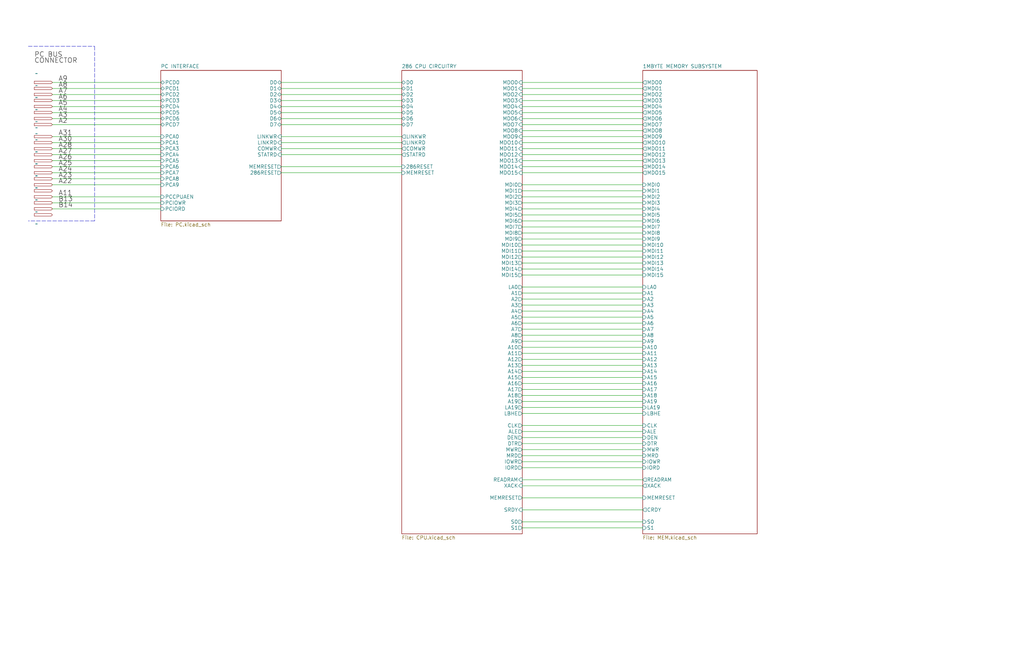
<source format=kicad_sch>
(kicad_sch
	(version 20231120)
	(generator "eeschema")
	(generator_version "8.0")
	(uuid "ec1b0ce1-ba43-43da-93a9-21ff9a4f4f40")
	(paper "B")
	(title_block
		(title "TurboRacer 286 | P.D. SMART #TR286-1")
		(date "    April 21, 1988")
		(rev "A")
		(company "(C) 1987,1988 P.D. SMART")
	)
	(lib_symbols
		(symbol "ASSEMBLY:EDGE_CONNECTOR"
			(pin_names
				(offset 1.27)
			)
			(exclude_from_sim no)
			(in_bom yes)
			(on_board yes)
			(property "Reference" "U"
				(at 0.254 0.381 0)
				(effects
					(font
						(size 1.524 1.524)
					)
					(justify left bottom)
				)
			)
			(property "Value" "EDGE_CONNECTOR"
				(at 0.254 -8.001 0)
				(effects
					(font
						(size 1.524 1.524)
					)
					(justify left top)
				)
			)
			(property "Footprint" ""
				(at 0 0 0)
				(effects
					(font
						(size 1.27 1.27)
					)
					(hide yes)
				)
			)
			(property "Datasheet" ""
				(at 0 0 0)
				(effects
					(font
						(size 1.27 1.27)
					)
					(hide yes)
				)
			)
			(property "Description" ""
				(at 0 0 0)
				(effects
					(font
						(size 1.27 1.27)
					)
					(hide yes)
				)
			)
			(symbol "EDGE_CONNECTOR_0_1"
				(polyline
					(pts
						(xy 0 -5.588) (xy 0 -4.572)
					)
					(stroke
						(width 0)
						(type solid)
					)
					(fill
						(type none)
					)
				)
				(polyline
					(pts
						(xy 0 -4.572) (xy 7.112 -4.572)
					)
					(stroke
						(width 0)
						(type solid)
					)
					(fill
						(type none)
					)
				)
				(polyline
					(pts
						(xy 0 -3.048) (xy 0 -2.032)
					)
					(stroke
						(width 0)
						(type solid)
					)
					(fill
						(type none)
					)
				)
				(polyline
					(pts
						(xy 0 -2.032) (xy 7.112 -2.032)
					)
					(stroke
						(width 0)
						(type solid)
					)
					(fill
						(type none)
					)
				)
				(polyline
					(pts
						(xy 7.112 -5.588) (xy 0 -5.588)
					)
					(stroke
						(width 0)
						(type solid)
					)
					(fill
						(type none)
					)
				)
				(polyline
					(pts
						(xy 7.112 -4.572) (xy 7.62 -5.08)
					)
					(stroke
						(width 0)
						(type solid)
					)
					(fill
						(type none)
					)
				)
				(polyline
					(pts
						(xy 7.112 -3.048) (xy 0 -3.048)
					)
					(stroke
						(width 0)
						(type solid)
					)
					(fill
						(type none)
					)
				)
				(polyline
					(pts
						(xy 7.112 -2.032) (xy 7.62 -2.54)
					)
					(stroke
						(width 0)
						(type solid)
					)
					(fill
						(type none)
					)
				)
				(polyline
					(pts
						(xy 7.62 -5.08) (xy 7.112 -5.588)
					)
					(stroke
						(width 0)
						(type solid)
					)
					(fill
						(type none)
					)
				)
				(polyline
					(pts
						(xy 7.62 -2.54) (xy 7.112 -3.048)
					)
					(stroke
						(width 0)
						(type solid)
					)
					(fill
						(type none)
					)
				)
			)
		)
	)
	(wire
		(pts
			(xy 220.218 141.478) (xy 271.018 141.478)
		)
		(stroke
			(width 0)
			(type default)
		)
		(uuid "00758753-6748-4356-ab41-cd2ccb76ac9b")
	)
	(wire
		(pts
			(xy 220.218 174.498) (xy 271.018 174.498)
		)
		(stroke
			(width 0)
			(type default)
		)
		(uuid "066b5b2e-8866-4c6a-b915-1ba2183ef11e")
	)
	(wire
		(pts
			(xy 22.098 34.798) (xy 67.818 34.798)
		)
		(stroke
			(width 0)
			(type default)
		)
		(uuid "07452ca5-0d42-4972-a3ae-fccbd0a25e8d")
	)
	(polyline
		(pts
			(xy 39.878 19.558) (xy 39.878 93.218)
		)
		(stroke
			(width 0)
			(type dash)
		)
		(uuid "0e11812e-7fd7-43aa-af72-8fb6bb57ca1b")
	)
	(wire
		(pts
			(xy 220.218 189.738) (xy 271.018 189.738)
		)
		(stroke
			(width 0)
			(type default)
		)
		(uuid "0ee1917d-830c-42ea-8ee2-f9d1e13e833b")
	)
	(wire
		(pts
			(xy 271.018 39.878) (xy 220.218 39.878)
		)
		(stroke
			(width 0)
			(type default)
		)
		(uuid "11622fa6-1855-4d04-b5c3-d1b51edfa01f")
	)
	(wire
		(pts
			(xy 118.618 70.358) (xy 169.418 70.358)
		)
		(stroke
			(width 0)
			(type default)
		)
		(uuid "169a278b-57e2-45c2-abd6-eb24e7716b35")
	)
	(wire
		(pts
			(xy 67.818 57.658) (xy 22.098 57.658)
		)
		(stroke
			(width 0)
			(type default)
		)
		(uuid "1eaa320d-226f-4c50-9573-77d8fde6dd44")
	)
	(wire
		(pts
			(xy 22.098 50.038) (xy 67.818 50.038)
		)
		(stroke
			(width 0)
			(type default)
		)
		(uuid "1f2b819e-e458-4367-89e8-06c98a1962f3")
	)
	(wire
		(pts
			(xy 271.018 222.758) (xy 220.218 222.758)
		)
		(stroke
			(width 0)
			(type default)
		)
		(uuid "200640b7-b200-4d42-b916-b4e637b99595")
	)
	(wire
		(pts
			(xy 271.018 72.898) (xy 220.218 72.898)
		)
		(stroke
			(width 0)
			(type default)
		)
		(uuid "2300a77d-cc74-48ab-be1e-f2725e4bebbd")
	)
	(wire
		(pts
			(xy 22.098 44.958) (xy 67.818 44.958)
		)
		(stroke
			(width 0)
			(type default)
		)
		(uuid "23ddafc0-fef7-4e81-9b9d-dc114b0838b1")
	)
	(wire
		(pts
			(xy 220.218 146.558) (xy 271.018 146.558)
		)
		(stroke
			(width 0)
			(type default)
		)
		(uuid "26518977-1037-4e7c-b56d-bf639c7e9de7")
	)
	(wire
		(pts
			(xy 22.098 42.418) (xy 67.818 42.418)
		)
		(stroke
			(width 0)
			(type default)
		)
		(uuid "2733970f-4c68-48b0-9f41-b9adce781f65")
	)
	(wire
		(pts
			(xy 67.818 72.898) (xy 22.098 72.898)
		)
		(stroke
			(width 0)
			(type default)
		)
		(uuid "274fd58d-fcb6-4068-a769-fbd762eb1c7f")
	)
	(wire
		(pts
			(xy 169.418 62.738) (xy 118.618 62.738)
		)
		(stroke
			(width 0)
			(type default)
		)
		(uuid "2768ab3d-168c-44fa-bba7-a90ebc8cb888")
	)
	(wire
		(pts
			(xy 220.218 197.358) (xy 271.018 197.358)
		)
		(stroke
			(width 0)
			(type default)
		)
		(uuid "2799c7f4-0944-4e50-aef3-5b7ba63f54e0")
	)
	(wire
		(pts
			(xy 118.618 42.418) (xy 169.418 42.418)
		)
		(stroke
			(width 0)
			(type default)
		)
		(uuid "2b79dc93-cfde-42ca-81e0-b01c93985afe")
	)
	(wire
		(pts
			(xy 118.618 39.878) (xy 169.418 39.878)
		)
		(stroke
			(width 0)
			(type default)
		)
		(uuid "2df09ae7-869f-4c84-bdb3-0fc96acbcbfe")
	)
	(wire
		(pts
			(xy 22.098 85.598) (xy 67.818 85.598)
		)
		(stroke
			(width 0)
			(type default)
		)
		(uuid "30d37dc4-74ba-4fa0-b9cd-4f263d4ad6b6")
	)
	(wire
		(pts
			(xy 67.818 77.978) (xy 22.098 77.978)
		)
		(stroke
			(width 0)
			(type default)
		)
		(uuid "3bccc128-c5c9-4c90-803f-de257dd86ba2")
	)
	(wire
		(pts
			(xy 220.218 144.018) (xy 271.018 144.018)
		)
		(stroke
			(width 0)
			(type default)
		)
		(uuid "42654dda-9d84-4e39-b43f-096fdd4c292d")
	)
	(wire
		(pts
			(xy 220.218 138.938) (xy 271.018 138.938)
		)
		(stroke
			(width 0)
			(type default)
		)
		(uuid "4701bdc2-172d-4e4b-b8d9-6d0002f964e1")
	)
	(wire
		(pts
			(xy 271.018 50.038) (xy 220.218 50.038)
		)
		(stroke
			(width 0)
			(type default)
		)
		(uuid "47ec76c5-5463-40cb-84c4-5f8d834cbc37")
	)
	(wire
		(pts
			(xy 220.218 187.198) (xy 271.018 187.198)
		)
		(stroke
			(width 0)
			(type default)
		)
		(uuid "494dd381-7fca-4594-9b9e-096c5e733f90")
	)
	(wire
		(pts
			(xy 271.018 103.378) (xy 220.218 103.378)
		)
		(stroke
			(width 0)
			(type default)
		)
		(uuid "4a919199-e6b0-48c8-a7dc-73c2bea25ab0")
	)
	(wire
		(pts
			(xy 271.018 37.338) (xy 220.218 37.338)
		)
		(stroke
			(width 0)
			(type default)
		)
		(uuid "4da7a37a-4c34-4949-9e36-1224096efa54")
	)
	(wire
		(pts
			(xy 271.018 100.838) (xy 220.218 100.838)
		)
		(stroke
			(width 0)
			(type default)
		)
		(uuid "51657d39-ffe7-45eb-927d-c550c9a04979")
	)
	(wire
		(pts
			(xy 271.018 77.978) (xy 220.218 77.978)
		)
		(stroke
			(width 0)
			(type default)
		)
		(uuid "5450410e-5ef4-4c49-be2f-6e14a81a6532")
	)
	(wire
		(pts
			(xy 271.018 57.658) (xy 220.218 57.658)
		)
		(stroke
			(width 0)
			(type default)
		)
		(uuid "54b9c413-da51-460a-8bd0-b941205d30bc")
	)
	(wire
		(pts
			(xy 271.018 60.198) (xy 220.218 60.198)
		)
		(stroke
			(width 0)
			(type default)
		)
		(uuid "556fa7e4-123f-4b7b-b787-e64765b651a2")
	)
	(wire
		(pts
			(xy 271.018 70.358) (xy 220.218 70.358)
		)
		(stroke
			(width 0)
			(type default)
		)
		(uuid "56526533-2b1f-42a3-bac3-d6566f7ae8fb")
	)
	(wire
		(pts
			(xy 271.018 220.218) (xy 220.218 220.218)
		)
		(stroke
			(width 0)
			(type default)
		)
		(uuid "5a3d55c9-305f-4bf3-883a-49b31b4b9c65")
	)
	(wire
		(pts
			(xy 271.018 88.138) (xy 220.218 88.138)
		)
		(stroke
			(width 0)
			(type default)
		)
		(uuid "5bb9d5ae-b4e4-462f-8c71-111d7e461f87")
	)
	(wire
		(pts
			(xy 271.018 67.818) (xy 220.218 67.818)
		)
		(stroke
			(width 0)
			(type default)
		)
		(uuid "5cd9edc4-b1d1-4244-a6a0-a6684af5019b")
	)
	(wire
		(pts
			(xy 118.618 37.338) (xy 169.418 37.338)
		)
		(stroke
			(width 0)
			(type default)
		)
		(uuid "5d9d2e55-3621-4d5b-8d5f-96781549e4a9")
	)
	(wire
		(pts
			(xy 220.218 133.858) (xy 271.018 133.858)
		)
		(stroke
			(width 0)
			(type default)
		)
		(uuid "5ee33d38-cd67-475b-b839-98ec9fcfb7a3")
	)
	(wire
		(pts
			(xy 67.818 75.438) (xy 22.098 75.438)
		)
		(stroke
			(width 0)
			(type default)
		)
		(uuid "60b21266-54b3-4c0d-808b-3f04e4371f2d")
	)
	(wire
		(pts
			(xy 169.418 60.198) (xy 118.618 60.198)
		)
		(stroke
			(width 0)
			(type default)
		)
		(uuid "661338b8-11a8-4e71-b69e-2bf514119f99")
	)
	(wire
		(pts
			(xy 67.818 67.818) (xy 22.098 67.818)
		)
		(stroke
			(width 0)
			(type default)
		)
		(uuid "66f771fa-bbfe-46f8-a035-e49e02ca4c8d")
	)
	(wire
		(pts
			(xy 271.018 116.078) (xy 220.218 116.078)
		)
		(stroke
			(width 0)
			(type default)
		)
		(uuid "6a3e284e-d42e-46a6-8eda-f12932857606")
	)
	(wire
		(pts
			(xy 22.098 39.878) (xy 67.818 39.878)
		)
		(stroke
			(width 0)
			(type default)
		)
		(uuid "70e29ed7-fde5-4186-95f7-38ee76733d74")
	)
	(wire
		(pts
			(xy 271.018 113.538) (xy 220.218 113.538)
		)
		(stroke
			(width 0)
			(type default)
		)
		(uuid "7111aa3e-e131-4a77-91fc-0e21dc416d19")
	)
	(wire
		(pts
			(xy 67.818 60.198) (xy 22.098 60.198)
		)
		(stroke
			(width 0)
			(type default)
		)
		(uuid "7134362b-3db5-485a-840e-21d091f9948c")
	)
	(wire
		(pts
			(xy 22.098 37.338) (xy 67.818 37.338)
		)
		(stroke
			(width 0)
			(type default)
		)
		(uuid "75327547-6447-4a8d-ab39-b2dd7d773ac4")
	)
	(wire
		(pts
			(xy 220.218 151.638) (xy 271.018 151.638)
		)
		(stroke
			(width 0)
			(type default)
		)
		(uuid "767a7513-d7fd-4f3c-8d3f-114fa1e65a65")
	)
	(wire
		(pts
			(xy 22.098 83.058) (xy 67.818 83.058)
		)
		(stroke
			(width 0)
			(type default)
		)
		(uuid "7b679fe9-233a-4f9a-972f-165b2f84c61f")
	)
	(wire
		(pts
			(xy 271.018 95.758) (xy 220.218 95.758)
		)
		(stroke
			(width 0)
			(type default)
		)
		(uuid "81828cc0-d303-4bb7-90d6-14e68c4ce23b")
	)
	(wire
		(pts
			(xy 118.618 52.578) (xy 169.418 52.578)
		)
		(stroke
			(width 0)
			(type default)
		)
		(uuid "828fe860-1d7e-407b-b32b-545075dca6e7")
	)
	(wire
		(pts
			(xy 220.218 164.338) (xy 271.018 164.338)
		)
		(stroke
			(width 0)
			(type default)
		)
		(uuid "83bb0047-0238-4e0f-89e6-437f958f220d")
	)
	(polyline
		(pts
			(xy 11.938 19.558) (xy 39.878 19.558)
		)
		(stroke
			(width 0)
			(type dash)
		)
		(uuid "89177599-7ccb-4956-8b1a-f4ec7819d8b2")
	)
	(wire
		(pts
			(xy 271.018 179.578) (xy 220.218 179.578)
		)
		(stroke
			(width 0)
			(type default)
		)
		(uuid "8a1fa915-669f-4d18-b420-3036a7d5e94f")
	)
	(wire
		(pts
			(xy 220.218 149.098) (xy 271.018 149.098)
		)
		(stroke
			(width 0)
			(type default)
		)
		(uuid "8dac2d4f-8a1f-48fa-a1b5-ea1f15304af3")
	)
	(wire
		(pts
			(xy 271.018 108.458) (xy 220.218 108.458)
		)
		(stroke
			(width 0)
			(type default)
		)
		(uuid "8dd9a0ec-c87c-4a4a-8ac5-50bfd3e3fd0e")
	)
	(wire
		(pts
			(xy 220.218 169.418) (xy 271.018 169.418)
		)
		(stroke
			(width 0)
			(type default)
		)
		(uuid "8f269a72-8706-4baa-8a4d-05f143f4524e")
	)
	(wire
		(pts
			(xy 271.018 90.678) (xy 220.218 90.678)
		)
		(stroke
			(width 0)
			(type default)
		)
		(uuid "92727d77-e614-4a34-bf87-2d3103fd7abf")
	)
	(wire
		(pts
			(xy 220.218 121.158) (xy 271.018 121.158)
		)
		(stroke
			(width 0)
			(type default)
		)
		(uuid "972ed983-a5ea-4d25-add7-f0380f9c6ae9")
	)
	(wire
		(pts
			(xy 220.218 136.398) (xy 271.018 136.398)
		)
		(stroke
			(width 0)
			(type default)
		)
		(uuid "9f2e9d0c-b463-491b-88f1-02e1e5e40ea6")
	)
	(wire
		(pts
			(xy 220.218 182.118) (xy 271.018 182.118)
		)
		(stroke
			(width 0)
			(type default)
		)
		(uuid "a35a874a-0097-43a5-9eda-08746baed99f")
	)
	(wire
		(pts
			(xy 67.818 65.278) (xy 22.098 65.278)
		)
		(stroke
			(width 0)
			(type default)
		)
		(uuid "a7dc8672-97c7-49b6-9daa-45ef7763bb2e")
	)
	(wire
		(pts
			(xy 220.218 194.818) (xy 271.018 194.818)
		)
		(stroke
			(width 0)
			(type default)
		)
		(uuid "ab002575-db85-46f2-b34b-bc2f086c6cb7")
	)
	(wire
		(pts
			(xy 271.018 42.418) (xy 220.218 42.418)
		)
		(stroke
			(width 0)
			(type default)
		)
		(uuid "abc6c269-fd5c-4ac3-b623-44279e2520e3")
	)
	(wire
		(pts
			(xy 271.018 210.058) (xy 220.218 210.058)
		)
		(stroke
			(width 0)
			(type default)
		)
		(uuid "ac070921-dc77-4b25-9457-8262b61644ee")
	)
	(wire
		(pts
			(xy 118.618 72.898) (xy 169.418 72.898)
		)
		(stroke
			(width 0)
			(type default)
		)
		(uuid "ae6ccbe2-b9bf-4bd8-bf34-9092a64d76ee")
	)
	(wire
		(pts
			(xy 271.018 83.058) (xy 220.218 83.058)
		)
		(stroke
			(width 0)
			(type default)
		)
		(uuid "b1b0dff2-eff7-4ae3-9c72-0af87a8e83c0")
	)
	(wire
		(pts
			(xy 169.418 57.658) (xy 118.618 57.658)
		)
		(stroke
			(width 0)
			(type default)
		)
		(uuid "b51a3748-8503-4ee0-8fba-6d10cef54436")
	)
	(wire
		(pts
			(xy 271.018 47.498) (xy 220.218 47.498)
		)
		(stroke
			(width 0)
			(type default)
		)
		(uuid "b64e3e65-57f9-4123-b447-4e9097590eae")
	)
	(wire
		(pts
			(xy 118.618 50.038) (xy 169.418 50.038)
		)
		(stroke
			(width 0)
			(type default)
		)
		(uuid "b80deef5-d57a-4eaa-90f6-887c6ed5583a")
	)
	(wire
		(pts
			(xy 271.018 80.518) (xy 220.218 80.518)
		)
		(stroke
			(width 0)
			(type default)
		)
		(uuid "b8414b58-003f-47a2-a18e-8d979da344bb")
	)
	(wire
		(pts
			(xy 67.818 62.738) (xy 22.098 62.738)
		)
		(stroke
			(width 0)
			(type default)
		)
		(uuid "b9fb8dd5-1ad6-4044-8209-f04d00180a18")
	)
	(wire
		(pts
			(xy 271.018 44.958) (xy 220.218 44.958)
		)
		(stroke
			(width 0)
			(type default)
		)
		(uuid "bc66e1e7-da1a-4ef1-bdf3-d1091575d625")
	)
	(wire
		(pts
			(xy 220.218 131.318) (xy 271.018 131.318)
		)
		(stroke
			(width 0)
			(type default)
		)
		(uuid "bda6de32-6112-4d76-8b0b-888c26a316bd")
	)
	(wire
		(pts
			(xy 220.218 166.878) (xy 271.018 166.878)
		)
		(stroke
			(width 0)
			(type default)
		)
		(uuid "c1cb9f20-de82-47c5-a86c-eec034e24a97")
	)
	(wire
		(pts
			(xy 220.218 161.798) (xy 271.018 161.798)
		)
		(stroke
			(width 0)
			(type default)
		)
		(uuid "c3bf94fc-1f80-4eb8-812c-957f81c51574")
	)
	(polyline
		(pts
			(xy 39.878 93.218) (xy 11.938 93.218)
		)
		(stroke
			(width 0)
			(type dash)
		)
		(uuid "c5ccad5a-2af6-4572-a057-ad5cecb1cd39")
	)
	(wire
		(pts
			(xy 118.618 44.958) (xy 169.418 44.958)
		)
		(stroke
			(width 0)
			(type default)
		)
		(uuid "c68eab6b-60b9-43d2-b292-4b5c9d2091bb")
	)
	(wire
		(pts
			(xy 169.418 65.278) (xy 118.618 65.278)
		)
		(stroke
			(width 0)
			(type default)
		)
		(uuid "c9250bd5-d3fc-479b-aea8-0de069546b85")
	)
	(wire
		(pts
			(xy 22.098 47.498) (xy 67.818 47.498)
		)
		(stroke
			(width 0)
			(type default)
		)
		(uuid "ca33f9c3-1d9b-480b-83ef-7290a6cf4805")
	)
	(wire
		(pts
			(xy 271.018 65.278) (xy 220.218 65.278)
		)
		(stroke
			(width 0)
			(type default)
		)
		(uuid "caa7ba4c-d22e-438c-bf99-d63a222967d5")
	)
	(wire
		(pts
			(xy 271.018 98.298) (xy 220.218 98.298)
		)
		(stroke
			(width 0)
			(type default)
		)
		(uuid "d1fcc605-0113-4355-b12c-52b1cf7f0550")
	)
	(wire
		(pts
			(xy 118.618 47.498) (xy 169.418 47.498)
		)
		(stroke
			(width 0)
			(type default)
		)
		(uuid "d58c3cce-6c93-42a1-baa2-d701fe8595f8")
	)
	(wire
		(pts
			(xy 271.018 55.118) (xy 220.218 55.118)
		)
		(stroke
			(width 0)
			(type default)
		)
		(uuid "d6aa2eca-29f7-40fb-8ecd-d3c4c275ca92")
	)
	(wire
		(pts
			(xy 271.018 93.218) (xy 220.218 93.218)
		)
		(stroke
			(width 0)
			(type default)
		)
		(uuid "d6fc5c7c-6144-4e2b-9a67-432ecc7c055b")
	)
	(wire
		(pts
			(xy 220.218 204.978) (xy 271.018 204.978)
		)
		(stroke
			(width 0)
			(type default)
		)
		(uuid "d709a140-752b-472b-9d15-f576aba118fa")
	)
	(wire
		(pts
			(xy 271.018 105.918) (xy 220.218 105.918)
		)
		(stroke
			(width 0)
			(type default)
		)
		(uuid "d8608d42-35b5-4e1c-a6cd-ccd687507e1c")
	)
	(wire
		(pts
			(xy 220.218 126.238) (xy 271.018 126.238)
		)
		(stroke
			(width 0)
			(type default)
		)
		(uuid "da2644cf-7384-4dff-9940-2ee3a7168669")
	)
	(wire
		(pts
			(xy 271.018 52.578) (xy 220.218 52.578)
		)
		(stroke
			(width 0)
			(type default)
		)
		(uuid "da615f45-e210-466f-8a92-2c5cfb193036")
	)
	(wire
		(pts
			(xy 271.018 110.998) (xy 220.218 110.998)
		)
		(stroke
			(width 0)
			(type default)
		)
		(uuid "ddab2342-a28e-414f-835c-3a831ed05ada")
	)
	(wire
		(pts
			(xy 22.098 52.578) (xy 67.818 52.578)
		)
		(stroke
			(width 0)
			(type default)
		)
		(uuid "de4206f4-6cfe-46ed-b243-1b4e91b11ee1")
	)
	(wire
		(pts
			(xy 220.218 215.138) (xy 271.018 215.138)
		)
		(stroke
			(width 0)
			(type default)
		)
		(uuid "ded52ad5-de6f-41a2-abd1-8e5c9dbbaf45")
	)
	(wire
		(pts
			(xy 220.218 184.658) (xy 271.018 184.658)
		)
		(stroke
			(width 0)
			(type default)
		)
		(uuid "e7206566-d56e-4322-9739-9d5dcd30fec0")
	)
	(wire
		(pts
			(xy 220.218 202.438) (xy 271.018 202.438)
		)
		(stroke
			(width 0)
			(type default)
		)
		(uuid "e74327f6-9469-4e8c-87bc-581c93e65efc")
	)
	(wire
		(pts
			(xy 271.018 34.798) (xy 220.218 34.798)
		)
		(stroke
			(width 0)
			(type default)
		)
		(uuid "e874932d-ad05-4318-ad42-1cfbe56bcda0")
	)
	(wire
		(pts
			(xy 271.018 85.598) (xy 220.218 85.598)
		)
		(stroke
			(width 0)
			(type default)
		)
		(uuid "e8cceecb-a2e4-42be-8f2d-dbecbf9d0bcd")
	)
	(wire
		(pts
			(xy 118.618 34.798) (xy 169.418 34.798)
		)
		(stroke
			(width 0)
			(type default)
		)
		(uuid "eaeba72c-dbb5-4915-b6c9-5ef348c37f6c")
	)
	(wire
		(pts
			(xy 220.218 159.258) (xy 271.018 159.258)
		)
		(stroke
			(width 0)
			(type default)
		)
		(uuid "ee5321a9-19ec-4cd5-b274-8cfcecf4adcb")
	)
	(wire
		(pts
			(xy 220.218 154.178) (xy 271.018 154.178)
		)
		(stroke
			(width 0)
			(type default)
		)
		(uuid "f09de71c-630d-4d07-b3e9-5c23b2b8e54a")
	)
	(wire
		(pts
			(xy 220.218 156.718) (xy 271.018 156.718)
		)
		(stroke
			(width 0)
			(type default)
		)
		(uuid "f46c1554-e707-4611-b007-71bc0434d061")
	)
	(wire
		(pts
			(xy 67.818 70.358) (xy 22.098 70.358)
		)
		(stroke
			(width 0)
			(type default)
		)
		(uuid "f50d8a53-6970-433c-b83d-2e9ac22eecb7")
	)
	(wire
		(pts
			(xy 220.218 128.778) (xy 271.018 128.778)
		)
		(stroke
			(width 0)
			(type default)
		)
		(uuid "f66d73c6-5ba2-481f-a29d-9c507fc11ec2")
	)
	(wire
		(pts
			(xy 220.218 171.958) (xy 271.018 171.958)
		)
		(stroke
			(width 0)
			(type default)
		)
		(uuid "f67cb31b-aca2-41a6-b132-1de42968f539")
	)
	(wire
		(pts
			(xy 220.218 192.278) (xy 271.018 192.278)
		)
		(stroke
			(width 0)
			(type default)
		)
		(uuid "f86a7f18-00de-4574-92c0-1036892b4517")
	)
	(wire
		(pts
			(xy 220.218 123.698) (xy 271.018 123.698)
		)
		(stroke
			(width 0)
			(type default)
		)
		(uuid "fa5a5a8d-4c00-41ab-b20c-65a25662b2f7")
	)
	(wire
		(pts
			(xy 271.018 62.738) (xy 220.218 62.738)
		)
		(stroke
			(width 0)
			(type default)
		)
		(uuid "fa89311b-1669-429b-91e4-b955bcb47eb1")
	)
	(wire
		(pts
			(xy 22.098 88.138) (xy 67.818 88.138)
		)
		(stroke
			(width 0)
			(type default)
		)
		(uuid "fc8ad85d-fcf1-4bb3-bc6d-a5df1a1ce893")
	)
	(label "CONNECTOR"
		(at 14.478 27.178 0)
		(fields_autoplaced yes)
		(effects
			(font
				(size 2.032 2.032)
			)
			(justify left bottom)
		)
		(uuid "1711109e-4875-473e-9345-0c387632214b")
	)
	(label "A24"
		(at 24.638 72.898 0)
		(fields_autoplaced yes)
		(effects
			(font
				(size 2.032 2.032)
			)
			(justify left bottom)
		)
		(uuid "1cda67b0-f160-4edf-a026-c7bb11468cdf")
	)
	(label "A4"
		(at 24.638 47.498 0)
		(fields_autoplaced yes)
		(effects
			(font
				(size 2.032 2.032)
			)
			(justify left bottom)
		)
		(uuid "1e328167-cbd5-4100-97d5-e44e5b39305c")
	)
	(label "A9"
		(at 24.638 34.798 0)
		(fields_autoplaced yes)
		(effects
			(font
				(size 2.032 2.032)
			)
			(justify left bottom)
		)
		(uuid "25518546-6b07-4cc8-85f2-ee41737dad24")
	)
	(label "A7"
		(at 24.638 39.878 0)
		(fields_autoplaced yes)
		(effects
			(font
				(size 2.032 2.032)
			)
			(justify left bottom)
		)
		(uuid "2776b2a2-dec5-4ec0-aeee-b158c00fc9e1")
	)
	(label "PC BUS "
		(at 14.478 24.638 0)
		(fields_autoplaced yes)
		(effects
			(font
				(size 2.032 2.032)
			)
			(justify left bottom)
		)
		(uuid "27c4c00b-6699-45cc-9255-a63369b9de69")
	)
	(label "A22"
		(at 24.638 77.978 0)
		(fields_autoplaced yes)
		(effects
			(font
				(size 2.032 2.032)
			)
			(justify left bottom)
		)
		(uuid "2c5758c4-943f-4b04-8f4b-f3c04ae6c8b8")
	)
	(label "A30"
		(at 24.638 60.198 0)
		(fields_autoplaced yes)
		(effects
			(font
				(size 2.032 2.032)
			)
			(justify left bottom)
		)
		(uuid "32eba612-f92a-400a-9529-73a6940750e4")
	)
	(label "A28"
		(at 24.638 62.738 0)
		(fields_autoplaced yes)
		(effects
			(font
				(size 2.032 2.032)
			)
			(justify left bottom)
		)
		(uuid "40e01d36-bbe3-4a0c-bbed-5e8e5cd215b7")
	)
	(label "A11"
		(at 24.638 83.058 0)
		(fields_autoplaced yes)
		(effects
			(font
				(size 2.032 2.032)
			)
			(justify left bottom)
		)
		(uuid "873435b5-2fb8-4999-97cd-2d0a15cf7662")
	)
	(label "A26"
		(at 24.638 67.818 0)
		(fields_autoplaced yes)
		(effects
			(font
				(size 2.032 2.032)
			)
			(justify left bottom)
		)
		(uuid "8b2e489f-ae06-421f-851f-982f19fa3ed5")
	)
	(label "A23"
		(at 24.638 75.438 0)
		(fields_autoplaced yes)
		(effects
			(font
				(size 2.032 2.032)
			)
			(justify left bottom)
		)
		(uuid "9993c72f-ac1b-4979-ae81-45198f127f71")
	)
	(label "B14"
		(at 24.638 88.138 0)
		(fields_autoplaced yes)
		(effects
			(font
				(size 2.032 2.032)
			)
			(justify left bottom)
		)
		(uuid "9a6b8a77-55f6-4af3-93ef-adfee9b409f5")
	)
	(label "A5"
		(at 24.638 44.958 0)
		(fields_autoplaced yes)
		(effects
			(font
				(size 2.032 2.032)
			)
			(justify left bottom)
		)
		(uuid "ad33d5ad-7154-4721-8fab-e628f02edf57")
	)
	(label "A27"
		(at 24.638 65.278 0)
		(fields_autoplaced yes)
		(effects
			(font
				(size 2.032 2.032)
			)
			(justify left bottom)
		)
		(uuid "b1c6883b-bc9e-4a7b-8ec5-c97adfb1e424")
	)
	(label "A6"
		(at 24.638 42.418 0)
		(fields_autoplaced yes)
		(effects
			(font
				(size 2.032 2.032)
			)
			(justify left bottom)
		)
		(uuid "b7368079-bc13-4c0b-83dd-f949c3432380")
	)
	(label "A3"
		(at 24.638 50.038 0)
		(fields_autoplaced yes)
		(effects
			(font
				(size 2.032 2.032)
			)
			(justify left bottom)
		)
		(uuid "bf3decac-a3a2-4e04-9dff-7f295768a015")
	)
	(label "A25"
		(at 24.638 70.358 0)
		(fields_autoplaced yes)
		(effects
			(font
				(size 2.032 2.032)
			)
			(justify left bottom)
		)
		(uuid "d628c9f6-a949-44d4-95ee-d4112e43a605")
	)
	(label "A2"
		(at 24.638 52.578 0)
		(fields_autoplaced yes)
		(effects
			(font
				(size 2.032 2.032)
			)
			(justify left bottom)
		)
		(uuid "e9890df0-2fc1-444a-8e38-859ac598e506")
	)
	(label "A31"
		(at 24.638 57.658 0)
		(fields_autoplaced yes)
		(effects
			(font
				(size 2.032 2.032)
			)
			(justify left bottom)
		)
		(uuid "f2dd0350-4606-4338-ae4c-51673ec089c8")
	)
	(label "A8"
		(at 24.638 37.338 0)
		(fields_autoplaced yes)
		(effects
			(font
				(size 2.032 2.032)
			)
			(justify left bottom)
		)
		(uuid "f63d016f-1801-4e58-a44e-48ccbceb06b2")
	)
	(label "B13"
		(at 24.638 85.598 0)
		(fields_autoplaced yes)
		(effects
			(font
				(size 2.032 2.032)
			)
			(justify left bottom)
		)
		(uuid "feb0533c-1871-45c5-a866-aecad812b433")
	)
	(symbol
		(lib_id "ASSEMBLY:EDGE_CONNECTOR")
		(at 14.478 32.258 0)
		(unit 1)
		(exclude_from_sim no)
		(in_bom yes)
		(on_board yes)
		(dnp no)
		(uuid "00000000-0000-0000-0000-000000000001")
		(property "Reference" "~"
			(at 14.732 31.877 0)
			(effects
				(font
					(size 1.524 1.524)
				)
				(justify left bottom)
			)
		)
		(property "Value" "~"
			(at 14.732 40.259 0)
			(effects
				(font
					(size 1.524 1.524)
				)
				(justify left top)
			)
		)
		(property "Footprint" ""
			(at 14.478 32.258 0)
			(effects
				(font
					(size 1.524 1.524)
				)
				(hide yes)
			)
		)
		(property "Datasheet" ""
			(at 14.478 32.258 0)
			(effects
				(font
					(size 1.524 1.524)
				)
				(hide yes)
			)
		)
		(property "Description" ""
			(at 14.478 32.258 0)
			(effects
				(font
					(size 1.27 1.27)
				)
				(hide yes)
			)
		)
		(instances
			(project ""
				(path "/ec1b0ce1-ba43-43da-93a9-21ff9a4f4f40"
					(reference "~")
					(unit 1)
				)
			)
		)
	)
	(symbol
		(lib_id "ASSEMBLY:EDGE_CONNECTOR")
		(at 14.478 37.338 0)
		(unit 1)
		(exclude_from_sim no)
		(in_bom yes)
		(on_board yes)
		(dnp no)
		(uuid "00000000-0000-0000-0000-000000000002")
		(property "Reference" "~"
			(at 14.732 36.957 0)
			(effects
				(font
					(size 1.524 1.524)
				)
				(justify left bottom)
			)
		)
		(property "Value" "~"
			(at 14.732 45.339 0)
			(effects
				(font
					(size 1.524 1.524)
				)
				(justify left top)
			)
		)
		(property "Footprint" ""
			(at 14.478 37.338 0)
			(effects
				(font
					(size 1.524 1.524)
				)
				(hide yes)
			)
		)
		(property "Datasheet" ""
			(at 14.478 37.338 0)
			(effects
				(font
					(size 1.524 1.524)
				)
				(hide yes)
			)
		)
		(property "Description" ""
			(at 14.478 37.338 0)
			(effects
				(font
					(size 1.27 1.27)
				)
				(hide yes)
			)
		)
		(instances
			(project ""
				(path "/ec1b0ce1-ba43-43da-93a9-21ff9a4f4f40"
					(reference "~")
					(unit 1)
				)
			)
		)
	)
	(symbol
		(lib_id "ASSEMBLY:EDGE_CONNECTOR")
		(at 14.478 42.418 0)
		(unit 1)
		(exclude_from_sim no)
		(in_bom yes)
		(on_board yes)
		(dnp no)
		(uuid "00000000-0000-0000-0000-000000000003")
		(property "Reference" "~"
			(at 14.732 42.037 0)
			(effects
				(font
					(size 1.524 1.524)
				)
				(justify left bottom)
			)
		)
		(property "Value" "~"
			(at 14.732 50.419 0)
			(effects
				(font
					(size 1.524 1.524)
				)
				(justify left top)
			)
		)
		(property "Footprint" ""
			(at 14.478 42.418 0)
			(effects
				(font
					(size 1.524 1.524)
				)
				(hide yes)
			)
		)
		(property "Datasheet" ""
			(at 14.478 42.418 0)
			(effects
				(font
					(size 1.524 1.524)
				)
				(hide yes)
			)
		)
		(property "Description" ""
			(at 14.478 42.418 0)
			(effects
				(font
					(size 1.27 1.27)
				)
				(hide yes)
			)
		)
		(instances
			(project ""
				(path "/ec1b0ce1-ba43-43da-93a9-21ff9a4f4f40"
					(reference "~")
					(unit 1)
				)
			)
		)
	)
	(symbol
		(lib_id "ASSEMBLY:EDGE_CONNECTOR")
		(at 14.478 47.498 0)
		(unit 1)
		(exclude_from_sim no)
		(in_bom yes)
		(on_board yes)
		(dnp no)
		(uuid "00000000-0000-0000-0000-000000000004")
		(property "Reference" "~"
			(at 14.732 47.117 0)
			(effects
				(font
					(size 1.524 1.524)
				)
				(justify left bottom)
			)
		)
		(property "Value" "~"
			(at 14.732 55.499 0)
			(effects
				(font
					(size 1.524 1.524)
				)
				(justify left top)
			)
		)
		(property "Footprint" ""
			(at 14.478 47.498 0)
			(effects
				(font
					(size 1.524 1.524)
				)
				(hide yes)
			)
		)
		(property "Datasheet" ""
			(at 14.478 47.498 0)
			(effects
				(font
					(size 1.524 1.524)
				)
				(hide yes)
			)
		)
		(property "Description" ""
			(at 14.478 47.498 0)
			(effects
				(font
					(size 1.27 1.27)
				)
				(hide yes)
			)
		)
		(instances
			(project ""
				(path "/ec1b0ce1-ba43-43da-93a9-21ff9a4f4f40"
					(reference "~")
					(unit 1)
				)
			)
		)
	)
	(symbol
		(lib_id "ASSEMBLY:EDGE_CONNECTOR")
		(at 14.478 55.118 0)
		(unit 1)
		(exclude_from_sim no)
		(in_bom yes)
		(on_board yes)
		(dnp no)
		(uuid "00000000-0000-0000-0000-000000000005")
		(property "Reference" "~"
			(at 14.732 54.737 0)
			(effects
				(font
					(size 1.524 1.524)
				)
				(justify left bottom)
			)
		)
		(property "Value" "~"
			(at 14.732 63.119 0)
			(effects
				(font
					(size 1.524 1.524)
				)
				(justify left top)
			)
		)
		(property "Footprint" ""
			(at 14.478 55.118 0)
			(effects
				(font
					(size 1.524 1.524)
				)
				(hide yes)
			)
		)
		(property "Datasheet" ""
			(at 14.478 55.118 0)
			(effects
				(font
					(size 1.524 1.524)
				)
				(hide yes)
			)
		)
		(property "Description" ""
			(at 14.478 55.118 0)
			(effects
				(font
					(size 1.27 1.27)
				)
				(hide yes)
			)
		)
		(instances
			(project ""
				(path "/ec1b0ce1-ba43-43da-93a9-21ff9a4f4f40"
					(reference "~")
					(unit 1)
				)
			)
		)
	)
	(symbol
		(lib_id "ASSEMBLY:EDGE_CONNECTOR")
		(at 14.478 60.198 0)
		(unit 1)
		(exclude_from_sim no)
		(in_bom yes)
		(on_board yes)
		(dnp no)
		(uuid "00000000-0000-0000-0000-000000000006")
		(property "Reference" "~"
			(at 14.732 59.817 0)
			(effects
				(font
					(size 1.524 1.524)
				)
				(justify left bottom)
			)
		)
		(property "Value" "~"
			(at 14.732 68.199 0)
			(effects
				(font
					(size 1.524 1.524)
				)
				(justify left top)
			)
		)
		(property "Footprint" ""
			(at 14.478 60.198 0)
			(effects
				(font
					(size 1.524 1.524)
				)
				(hide yes)
			)
		)
		(property "Datasheet" ""
			(at 14.478 60.198 0)
			(effects
				(font
					(size 1.524 1.524)
				)
				(hide yes)
			)
		)
		(property "Description" ""
			(at 14.478 60.198 0)
			(effects
				(font
					(size 1.27 1.27)
				)
				(hide yes)
			)
		)
		(instances
			(project ""
				(path "/ec1b0ce1-ba43-43da-93a9-21ff9a4f4f40"
					(reference "~")
					(unit 1)
				)
			)
		)
	)
	(symbol
		(lib_id "ASSEMBLY:EDGE_CONNECTOR")
		(at 14.478 65.278 0)
		(unit 1)
		(exclude_from_sim no)
		(in_bom yes)
		(on_board yes)
		(dnp no)
		(uuid "00000000-0000-0000-0000-000000000007")
		(property "Reference" "~"
			(at 14.732 64.897 0)
			(effects
				(font
					(size 1.524 1.524)
				)
				(justify left bottom)
			)
		)
		(property "Value" "~"
			(at 14.732 73.279 0)
			(effects
				(font
					(size 1.524 1.524)
				)
				(justify left top)
			)
		)
		(property "Footprint" ""
			(at 14.478 65.278 0)
			(effects
				(font
					(size 1.524 1.524)
				)
				(hide yes)
			)
		)
		(property "Datasheet" ""
			(at 14.478 65.278 0)
			(effects
				(font
					(size 1.524 1.524)
				)
				(hide yes)
			)
		)
		(property "Description" ""
			(at 14.478 65.278 0)
			(effects
				(font
					(size 1.27 1.27)
				)
				(hide yes)
			)
		)
		(instances
			(project ""
				(path "/ec1b0ce1-ba43-43da-93a9-21ff9a4f4f40"
					(reference "~")
					(unit 1)
				)
			)
		)
	)
	(symbol
		(lib_id "ASSEMBLY:EDGE_CONNECTOR")
		(at 14.478 70.358 0)
		(unit 1)
		(exclude_from_sim no)
		(in_bom yes)
		(on_board yes)
		(dnp no)
		(uuid "00000000-0000-0000-0000-000000000008")
		(property "Reference" "~"
			(at 14.732 69.977 0)
			(effects
				(font
					(size 1.524 1.524)
				)
				(justify left bottom)
			)
		)
		(property "Value" "~"
			(at 14.732 78.359 0)
			(effects
				(font
					(size 1.524 1.524)
				)
				(justify left top)
			)
		)
		(property "Footprint" ""
			(at 14.478 70.358 0)
			(effects
				(font
					(size 1.524 1.524)
				)
				(hide yes)
			)
		)
		(property "Datasheet" ""
			(at 14.478 70.358 0)
			(effects
				(font
					(size 1.524 1.524)
				)
				(hide yes)
			)
		)
		(property "Description" ""
			(at 14.478 70.358 0)
			(effects
				(font
					(size 1.27 1.27)
				)
				(hide yes)
			)
		)
		(instances
			(project ""
				(path "/ec1b0ce1-ba43-43da-93a9-21ff9a4f4f40"
					(reference "~")
					(unit 1)
				)
			)
		)
	)
	(symbol
		(lib_id "ASSEMBLY:EDGE_CONNECTOR")
		(at 14.478 75.438 0)
		(unit 1)
		(exclude_from_sim no)
		(in_bom yes)
		(on_board yes)
		(dnp no)
		(uuid "00000000-0000-0000-0000-000000000009")
		(property "Reference" "~"
			(at 14.732 75.057 0)
			(effects
				(font
					(size 1.524 1.524)
				)
				(justify left bottom)
			)
		)
		(property "Value" "~"
			(at 14.732 83.439 0)
			(effects
				(font
					(size 1.524 1.524)
				)
				(justify left top)
			)
		)
		(property "Footprint" ""
			(at 14.478 75.438 0)
			(effects
				(font
					(size 1.524 1.524)
				)
				(hide yes)
			)
		)
		(property "Datasheet" ""
			(at 14.478 75.438 0)
			(effects
				(font
					(size 1.524 1.524)
				)
				(hide yes)
			)
		)
		(property "Description" ""
			(at 14.478 75.438 0)
			(effects
				(font
					(size 1.27 1.27)
				)
				(hide yes)
			)
		)
		(instances
			(project ""
				(path "/ec1b0ce1-ba43-43da-93a9-21ff9a4f4f40"
					(reference "~")
					(unit 1)
				)
			)
		)
	)
	(symbol
		(lib_id "ASSEMBLY:EDGE_CONNECTOR")
		(at 14.478 80.518 0)
		(unit 1)
		(exclude_from_sim no)
		(in_bom yes)
		(on_board yes)
		(dnp no)
		(uuid "00000000-0000-0000-0000-00000000000a")
		(property "Reference" "~"
			(at 14.732 80.137 0)
			(effects
				(font
					(size 1.524 1.524)
				)
				(justify left bottom)
			)
		)
		(property "Value" "~"
			(at 14.732 88.519 0)
			(effects
				(font
					(size 1.524 1.524)
				)
				(justify left top)
			)
		)
		(property "Footprint" ""
			(at 14.478 80.518 0)
			(effects
				(font
					(size 1.524 1.524)
				)
				(hide yes)
			)
		)
		(property "Datasheet" ""
			(at 14.478 80.518 0)
			(effects
				(font
					(size 1.524 1.524)
				)
				(hide yes)
			)
		)
		(property "Description" ""
			(at 14.478 80.518 0)
			(effects
				(font
					(size 1.27 1.27)
				)
				(hide yes)
			)
		)
		(instances
			(project ""
				(path "/ec1b0ce1-ba43-43da-93a9-21ff9a4f4f40"
					(reference "~")
					(unit 1)
				)
			)
		)
	)
	(symbol
		(lib_id "ASSEMBLY:EDGE_CONNECTOR")
		(at 14.478 85.598 0)
		(unit 1)
		(exclude_from_sim no)
		(in_bom yes)
		(on_board yes)
		(dnp no)
		(uuid "00000000-0000-0000-0000-00000000000b")
		(property "Reference" "~"
			(at 14.732 85.217 0)
			(effects
				(font
					(size 1.524 1.524)
				)
				(justify left bottom)
			)
		)
		(property "Value" "~"
			(at 14.732 93.599 0)
			(effects
				(font
					(size 1.524 1.524)
				)
				(justify left top)
			)
		)
		(property "Footprint" ""
			(at 14.478 85.598 0)
			(effects
				(font
					(size 1.524 1.524)
				)
				(hide yes)
			)
		)
		(property "Datasheet" ""
			(at 14.478 85.598 0)
			(effects
				(font
					(size 1.524 1.524)
				)
				(hide yes)
			)
		)
		(property "Description" ""
			(at 14.478 85.598 0)
			(effects
				(font
					(size 1.27 1.27)
				)
				(hide yes)
			)
		)
		(instances
			(project ""
				(path "/ec1b0ce1-ba43-43da-93a9-21ff9a4f4f40"
					(reference "~")
					(unit 1)
				)
			)
		)
	)
	(sheet
		(at 67.818 29.718)
		(size 50.8 63.5)
		(fields_autoplaced yes)
		(stroke
			(width 0)
			(type solid)
		)
		(fill
			(color 0 0 0 0.0000)
		)
		(uuid "544dda8a-f078-4a65-9774-0852c5253c42")
		(property "Sheetname" "PC INTERFACE"
			(at 67.818 28.8794 0)
			(effects
				(font
					(size 1.524 1.524)
				)
				(justify left bottom)
			)
		)
		(property "Sheetfile" "PC.kicad_sch"
			(at 67.818 93.9042 0)
			(effects
				(font
					(size 1.524 1.524)
				)
				(justify left top)
			)
		)
		(pin "PCD0" bidirectional
			(at 67.818 34.798 180)
			(effects
				(font
					(size 1.524 1.524)
				)
				(justify left)
			)
			(uuid "b53f65df-0d5e-4dca-8cbc-e1afc37d0c27")
		)
		(pin "PCD1" bidirectional
			(at 67.818 37.338 180)
			(effects
				(font
					(size 1.524 1.524)
				)
				(justify left)
			)
			(uuid "efe4b810-bbe8-44cb-8b9f-4afd46a91a7d")
		)
		(pin "PCD2" bidirectional
			(at 67.818 39.878 180)
			(effects
				(font
					(size 1.524 1.524)
				)
				(justify left)
			)
			(uuid "628fd5fa-711a-4289-9026-8f71429f09bd")
		)
		(pin "PCD3" bidirectional
			(at 67.818 42.418 180)
			(effects
				(font
					(size 1.524 1.524)
				)
				(justify left)
			)
			(uuid "107552bc-42f0-4752-9f30-54043e406061")
		)
		(pin "PCD4" bidirectional
			(at 67.818 44.958 180)
			(effects
				(font
					(size 1.524 1.524)
				)
				(justify left)
			)
			(uuid "4c4a49ef-d7be-4966-969e-93e5969a395d")
		)
		(pin "PCD5" bidirectional
			(at 67.818 47.498 180)
			(effects
				(font
					(size 1.524 1.524)
				)
				(justify left)
			)
			(uuid "c32cdfed-2ddf-43be-803e-12ff4b2801ee")
		)
		(pin "PCD6" bidirectional
			(at 67.818 50.038 180)
			(effects
				(font
					(size 1.524 1.524)
				)
				(justify left)
			)
			(uuid "b8ebb266-1248-415c-91d9-a3146e482f3e")
		)
		(pin "PCD7" bidirectional
			(at 67.818 52.578 180)
			(effects
				(font
					(size 1.524 1.524)
				)
				(justify left)
			)
			(uuid "4f7c16a5-8cb1-4f18-9c47-e82177bef9ee")
		)
		(pin "PCA0" input
			(at 67.818 57.658 180)
			(effects
				(font
					(size 1.524 1.524)
				)
				(justify left)
			)
			(uuid "feb48940-36b7-47ee-94e1-140002f347b9")
		)
		(pin "PCA1" input
			(at 67.818 60.198 180)
			(effects
				(font
					(size 1.524 1.524)
				)
				(justify left)
			)
			(uuid "69527995-9144-44cd-b1a9-4b82ba55ec86")
		)
		(pin "PCA3" input
			(at 67.818 62.738 180)
			(effects
				(font
					(size 1.524 1.524)
				)
				(justify left)
			)
			(uuid "baae3489-847c-4aad-a701-24c2186b6f7e")
		)
		(pin "PCA4" input
			(at 67.818 65.278 180)
			(effects
				(font
					(size 1.524 1.524)
				)
				(justify left)
			)
			(uuid "15d2838a-5229-4707-b4c9-ecdffc72261c")
		)
		(pin "PCA5" input
			(at 67.818 67.818 180)
			(effects
				(font
					(size 1.524 1.524)
				)
				(justify left)
			)
			(uuid "82488cc2-734d-4920-94ca-fc4dc89d1ab2")
		)
		(pin "PCA6" input
			(at 67.818 70.358 180)
			(effects
				(font
					(size 1.524 1.524)
				)
				(justify left)
			)
			(uuid "e58e354d-abf8-4b79-8a48-1b1c17e78eda")
		)
		(pin "PCA7" input
			(at 67.818 72.898 180)
			(effects
				(font
					(size 1.524 1.524)
				)
				(justify left)
			)
			(uuid "bc8d3e07-9969-4d60-8633-27ce9ddf0703")
		)
		(pin "PCA8" input
			(at 67.818 75.438 180)
			(effects
				(font
					(size 1.524 1.524)
				)
				(justify left)
			)
			(uuid "eac8f68e-71ff-442f-9cad-297b3c2b32d6")
		)
		(pin "PCA9" input
			(at 67.818 77.978 180)
			(effects
				(font
					(size 1.524 1.524)
				)
				(justify left)
			)
			(uuid "c4e172a4-063b-4b5d-8b30-5e8dece9e1fd")
		)
		(pin "PCCPUAEN" input
			(at 67.818 83.058 180)
			(effects
				(font
					(size 1.524 1.524)
				)
				(justify left)
			)
			(uuid "1646c9cb-2746-4184-978d-4797df83ef18")
		)
		(pin "PCIOWR" input
			(at 67.818 85.598 180)
			(effects
				(font
					(size 1.524 1.524)
				)
				(justify left)
			)
			(uuid "d5df1c8b-764f-4c26-95f8-41d8400877fc")
		)
		(pin "PCIORD" input
			(at 67.818 88.138 180)
			(effects
				(font
					(size 1.524 1.524)
				)
				(justify left)
			)
			(uuid "95452ea4-1ae8-4502-a490-5ce91bd9a08a")
		)
		(pin "D0" bidirectional
			(at 118.618 34.798 0)
			(effects
				(font
					(size 1.524 1.524)
				)
				(justify right)
			)
			(uuid "90a1bad3-799f-4ba4-ae10-c284429990a1")
		)
		(pin "D1" bidirectional
			(at 118.618 37.338 0)
			(effects
				(font
					(size 1.524 1.524)
				)
				(justify right)
			)
			(uuid "27e99e8e-9272-471e-866e-88fef8dcdd04")
		)
		(pin "D2" bidirectional
			(at 118.618 39.878 0)
			(effects
				(font
					(size 1.524 1.524)
				)
				(justify right)
			)
			(uuid "29a7c51c-c0b3-4ffb-8bd3-36d0d6e08817")
		)
		(pin "D3" bidirectional
			(at 118.618 42.418 0)
			(effects
				(font
					(size 1.524 1.524)
				)
				(justify right)
			)
			(uuid "1699ca00-3253-414e-b734-f1b3ad4a8ebc")
		)
		(pin "D4" bidirectional
			(at 118.618 44.958 0)
			(effects
				(font
					(size 1.524 1.524)
				)
				(justify right)
			)
			(uuid "b09d7834-fee1-428c-80d3-df56bfef2d07")
		)
		(pin "D5" bidirectional
			(at 118.618 47.498 0)
			(effects
				(font
					(size 1.524 1.524)
				)
				(justify right)
			)
			(uuid "872bc079-0687-4071-b7c6-304cc559c9e4")
		)
		(pin "D6" bidirectional
			(at 118.618 50.038 0)
			(effects
				(font
					(size 1.524 1.524)
				)
				(justify right)
			)
			(uuid "df9c783e-15d2-4e0b-b6cd-2cb4538a397b")
		)
		(pin "D7" bidirectional
			(at 118.618 52.578 0)
			(effects
				(font
					(size 1.524 1.524)
				)
				(justify right)
			)
			(uuid "2a7c9eb3-a6bd-4bd9-9fcd-fd51deb705ca")
		)
		(pin "LINKWR" input
			(at 118.618 57.658 0)
			(effects
				(font
					(size 1.524 1.524)
				)
				(justify right)
			)
			(uuid "11633ec9-1b9a-49d1-9c20-756af9468787")
		)
		(pin "LINKRD" input
			(at 118.618 60.198 0)
			(effects
				(font
					(size 1.524 1.524)
				)
				(justify right)
			)
			(uuid "e86c65b8-b32b-4f11-b039-83ddc56021b3")
		)
		(pin "COMWR" input
			(at 118.618 62.738 0)
			(effects
				(font
					(size 1.524 1.524)
				)
				(justify right)
			)
			(uuid "e081594f-60de-4204-b358-92301464270d")
		)
		(pin "STATRD" input
			(at 118.618 65.278 0)
			(effects
				(font
					(size 1.524 1.524)
				)
				(justify right)
			)
			(uuid "591c2304-b630-4c81-8539-2e9eb809945e")
		)
		(pin "MEMRESET" output
			(at 118.618 70.358 0)
			(effects
				(font
					(size 1.524 1.524)
				)
				(justify right)
			)
			(uuid "db81b130-c9ac-46f9-ac4b-7f36d6f1a21f")
		)
		(pin "286RESET" output
			(at 118.618 72.898 0)
			(effects
				(font
					(size 1.524 1.524)
				)
				(justify right)
			)
			(uuid "84425fd7-76fd-48e0-9012-98f6016876b3")
		)
		(instances
			(project "TURBOR"
				(path "/ec1b0ce1-ba43-43da-93a9-21ff9a4f4f40"
					(page "2")
				)
			)
		)
	)
	(sheet
		(at 271.018 29.718)
		(size 48.26 195.58)
		(fields_autoplaced yes)
		(stroke
			(width 0)
			(type solid)
		)
		(fill
			(color 0 0 0 0.0000)
		)
		(uuid "ac75c83a-46d0-4915-b968-0f9b9cb07962")
		(property "Sheetname" "1MBYTE MEMORY SUBSYSTEM"
			(at 271.018 28.8794 0)
			(effects
				(font
					(size 1.524 1.524)
				)
				(justify left bottom)
			)
		)
		(property "Sheetfile" "MEM.kicad_sch"
			(at 271.018 225.9842 0)
			(effects
				(font
					(size 1.524 1.524)
				)
				(justify left top)
			)
		)
		(pin "MDO0" output
			(at 271.018 34.798 180)
			(effects
				(font
					(size 1.524 1.524)
				)
				(justify left)
			)
			(uuid "0d7f693a-2722-4198-b1aa-4bc221307190")
		)
		(pin "MDO1" output
			(at 271.018 37.338 180)
			(effects
				(font
					(size 1.524 1.524)
				)
				(justify left)
			)
			(uuid "2bcfea97-3859-4bb5-8e08-6b409bd53f96")
		)
		(pin "MDO2" output
			(at 271.018 39.878 180)
			(effects
				(font
					(size 1.524 1.524)
				)
				(justify left)
			)
			(uuid "4d5fe7a2-a4a6-4494-a6f5-ce2ad623b792")
		)
		(pin "MDO3" output
			(at 271.018 42.418 180)
			(effects
				(font
					(size 1.524 1.524)
				)
				(justify left)
			)
			(uuid "c85109fa-653e-4647-8361-dd9024eeb5e1")
		)
		(pin "MDO4" output
			(at 271.018 44.958 180)
			(effects
				(font
					(size 1.524 1.524)
				)
				(justify left)
			)
			(uuid "7aacf016-8dfa-4a6f-b234-1ea5b8fb4520")
		)
		(pin "MDO5" output
			(at 271.018 47.498 180)
			(effects
				(font
					(size 1.524 1.524)
				)
				(justify left)
			)
			(uuid "cca849c3-c21d-4ea9-900a-4581e6983340")
		)
		(pin "MDO6" output
			(at 271.018 50.038 180)
			(effects
				(font
					(size 1.524 1.524)
				)
				(justify left)
			)
			(uuid "20c360a2-3c0b-403d-b20c-c95751f40922")
		)
		(pin "MDO7" output
			(at 271.018 52.578 180)
			(effects
				(font
					(size 1.524 1.524)
				)
				(justify left)
			)
			(uuid "770fd364-af58-469e-8625-7fdc4ca046de")
		)
		(pin "MDO8" output
			(at 271.018 55.118 180)
			(effects
				(font
					(size 1.524 1.524)
				)
				(justify left)
			)
			(uuid "900e632d-e922-4311-be74-2cb32507e9fc")
		)
		(pin "MDO9" output
			(at 271.018 57.658 180)
			(effects
				(font
					(size 1.524 1.524)
				)
				(justify left)
			)
			(uuid "5035a762-6090-40c6-8f57-3a34df805623")
		)
		(pin "MDO10" output
			(at 271.018 60.198 180)
			(effects
				(font
					(size 1.524 1.524)
				)
				(justify left)
			)
			(uuid "9f55c29d-df38-4d38-8bad-676a7be9a088")
		)
		(pin "MDO11" output
			(at 271.018 62.738 180)
			(effects
				(font
					(size 1.524 1.524)
				)
				(justify left)
			)
			(uuid "a17710ce-9fd2-40dd-a5dd-8c3d4f835fd4")
		)
		(pin "MDO12" output
			(at 271.018 65.278 180)
			(effects
				(font
					(size 1.524 1.524)
				)
				(justify left)
			)
			(uuid "083183ee-2058-418b-9854-4a1c2699ee07")
		)
		(pin "MDO13" output
			(at 271.018 67.818 180)
			(effects
				(font
					(size 1.524 1.524)
				)
				(justify left)
			)
			(uuid "cd129717-ce51-4ec9-b648-dd34aed5fbe0")
		)
		(pin "MDO14" output
			(at 271.018 70.358 180)
			(effects
				(font
					(size 1.524 1.524)
				)
				(justify left)
			)
			(uuid "7bf7cfc0-6a7e-42f9-b43d-55ede8710b2c")
		)
		(pin "MDO15" output
			(at 271.018 72.898 180)
			(effects
				(font
					(size 1.524 1.524)
				)
				(justify left)
			)
			(uuid "8d120228-b282-4a03-a60a-4bffcaccfd78")
		)
		(pin "MDI0" input
			(at 271.018 77.978 180)
			(effects
				(font
					(size 1.524 1.524)
				)
				(justify left)
			)
			(uuid "7d3e2513-892d-40de-8d85-3a2ed6bf39a4")
		)
		(pin "MDI1" input
			(at 271.018 80.518 180)
			(effects
				(font
					(size 1.524 1.524)
				)
				(justify left)
			)
			(uuid "cdece9fd-5b45-4dc4-a79a-c0de25396fd8")
		)
		(pin "MDI2" input
			(at 271.018 83.058 180)
			(effects
				(font
					(size 1.524 1.524)
				)
				(justify left)
			)
			(uuid "044d44e4-3dce-4cc0-ae52-790cdd640059")
		)
		(pin "MDI3" input
			(at 271.018 85.598 180)
			(effects
				(font
					(size 1.524 1.524)
				)
				(justify left)
			)
			(uuid "5fa6cb4b-a0c2-4a0b-b9ae-29ad5bae3f92")
		)
		(pin "MDI4" input
			(at 271.018 88.138 180)
			(effects
				(font
					(size 1.524 1.524)
				)
				(justify left)
			)
			(uuid "7210b85f-9548-4041-97f0-95cb7232e0cd")
		)
		(pin "MDI5" input
			(at 271.018 90.678 180)
			(effects
				(font
					(size 1.524 1.524)
				)
				(justify left)
			)
			(uuid "c8b055bd-0669-4bc4-8ce7-5e9686591eaf")
		)
		(pin "MDI6" input
			(at 271.018 93.218 180)
			(effects
				(font
					(size 1.524 1.524)
				)
				(justify left)
			)
			(uuid "c4510f34-03bc-4cea-befa-6887ce0a5128")
		)
		(pin "MDI7" input
			(at 271.018 95.758 180)
			(effects
				(font
					(size 1.524 1.524)
				)
				(justify left)
			)
			(uuid "f1ccc139-a213-4cfd-8ff5-c0648eeb0d8e")
		)
		(pin "MDI8" input
			(at 271.018 98.298 180)
			(effects
				(font
					(size 1.524 1.524)
				)
				(justify left)
			)
			(uuid "20e97e6a-ca18-4521-9c03-f1c8773e6117")
		)
		(pin "MDI9" input
			(at 271.018 100.838 180)
			(effects
				(font
					(size 1.524 1.524)
				)
				(justify left)
			)
			(uuid "43eed26e-0ab6-4acd-be6d-a041f24e1c0c")
		)
		(pin "MDI10" input
			(at 271.018 103.378 180)
			(effects
				(font
					(size 1.524 1.524)
				)
				(justify left)
			)
			(uuid "ad207155-018a-45f8-aff3-862c53071cc2")
		)
		(pin "MDI11" input
			(at 271.018 105.918 180)
			(effects
				(font
					(size 1.524 1.524)
				)
				(justify left)
			)
			(uuid "72b7b451-1606-4256-a696-39be66eb5f96")
		)
		(pin "MDI12" input
			(at 271.018 108.458 180)
			(effects
				(font
					(size 1.524 1.524)
				)
				(justify left)
			)
			(uuid "3b634363-7c75-468c-bc1f-046d473e536d")
		)
		(pin "MDI13" input
			(at 271.018 110.998 180)
			(effects
				(font
					(size 1.524 1.524)
				)
				(justify left)
			)
			(uuid "aa545fca-0684-447c-b27e-2465844dc7aa")
		)
		(pin "MDI14" input
			(at 271.018 113.538 180)
			(effects
				(font
					(size 1.524 1.524)
				)
				(justify left)
			)
			(uuid "e3014b9b-b6c5-4ae8-a32f-cb3a5a0d26dc")
		)
		(pin "MDI15" input
			(at 271.018 116.078 180)
			(effects
				(font
					(size 1.524 1.524)
				)
				(justify left)
			)
			(uuid "ff98dc68-0af2-4fc8-b65f-db082daf5d5f")
		)
		(pin "LA0" input
			(at 271.018 121.158 180)
			(effects
				(font
					(size 1.524 1.524)
				)
				(justify left)
			)
			(uuid "eb896149-031d-434d-9c52-874412e186d8")
		)
		(pin "A1" input
			(at 271.018 123.698 180)
			(effects
				(font
					(size 1.524 1.524)
				)
				(justify left)
			)
			(uuid "5b761464-9762-48ca-8a02-419ed5cfd5d1")
		)
		(pin "A2" input
			(at 271.018 126.238 180)
			(effects
				(font
					(size 1.524 1.524)
				)
				(justify left)
			)
			(uuid "c6c2b47c-c072-43a8-a733-921ccf8ca48b")
		)
		(pin "A3" input
			(at 271.018 128.778 180)
			(effects
				(font
					(size 1.524 1.524)
				)
				(justify left)
			)
			(uuid "069d8384-f86e-4774-8da4-1a6d6efc6432")
		)
		(pin "A4" input
			(at 271.018 131.318 180)
			(effects
				(font
					(size 1.524 1.524)
				)
				(justify left)
			)
			(uuid "cc477d0d-8031-44bd-afc0-b37972d7f57b")
		)
		(pin "A5" input
			(at 271.018 133.858 180)
			(effects
				(font
					(size 1.524 1.524)
				)
				(justify left)
			)
			(uuid "fac83265-ab62-46e9-8813-99241791729e")
		)
		(pin "A6" input
			(at 271.018 136.398 180)
			(effects
				(font
					(size 1.524 1.524)
				)
				(justify left)
			)
			(uuid "7e25b220-f21b-408d-a468-8e61f19c5dc9")
		)
		(pin "A7" input
			(at 271.018 138.938 180)
			(effects
				(font
					(size 1.524 1.524)
				)
				(justify left)
			)
			(uuid "2cd34130-1cdd-4ce0-9712-1ce1fe1eddae")
		)
		(pin "A8" input
			(at 271.018 141.478 180)
			(effects
				(font
					(size 1.524 1.524)
				)
				(justify left)
			)
			(uuid "64e0484f-edf7-4b9c-93cd-e5af8dd9c214")
		)
		(pin "A9" input
			(at 271.018 144.018 180)
			(effects
				(font
					(size 1.524 1.524)
				)
				(justify left)
			)
			(uuid "53438320-07aa-4ae7-84bc-44e13e608252")
		)
		(pin "A10" input
			(at 271.018 146.558 180)
			(effects
				(font
					(size 1.524 1.524)
				)
				(justify left)
			)
			(uuid "f25d8806-5872-424c-a96d-80d1628ee115")
		)
		(pin "A11" input
			(at 271.018 149.098 180)
			(effects
				(font
					(size 1.524 1.524)
				)
				(justify left)
			)
			(uuid "7fe95063-8c78-4f5b-a7f0-6071759ceaf8")
		)
		(pin "A12" input
			(at 271.018 151.638 180)
			(effects
				(font
					(size 1.524 1.524)
				)
				(justify left)
			)
			(uuid "428494ad-e163-444e-9cc7-5753605c32b1")
		)
		(pin "A13" input
			(at 271.018 154.178 180)
			(effects
				(font
					(size 1.524 1.524)
				)
				(justify left)
			)
			(uuid "16d60325-0905-4034-819e-7b032d0822a7")
		)
		(pin "A14" input
			(at 271.018 156.718 180)
			(effects
				(font
					(size 1.524 1.524)
				)
				(justify left)
			)
			(uuid "c1f9f724-9884-46a7-9800-6845c211986e")
		)
		(pin "A15" input
			(at 271.018 159.258 180)
			(effects
				(font
					(size 1.524 1.524)
				)
				(justify left)
			)
			(uuid "ec176ce5-6e90-4b79-9894-edf08eb64913")
		)
		(pin "A16" input
			(at 271.018 161.798 180)
			(effects
				(font
					(size 1.524 1.524)
				)
				(justify left)
			)
			(uuid "8248557a-14c6-4de2-ba42-ddc12f792755")
		)
		(pin "A17" input
			(at 271.018 164.338 180)
			(effects
				(font
					(size 1.524 1.524)
				)
				(justify left)
			)
			(uuid "664b49f9-7b54-40e1-8df1-2d56648d8c5a")
		)
		(pin "A18" input
			(at 271.018 166.878 180)
			(effects
				(font
					(size 1.524 1.524)
				)
				(justify left)
			)
			(uuid "79689c72-5acc-4c63-a32d-bb57a49d5ecd")
		)
		(pin "A19" input
			(at 271.018 169.418 180)
			(effects
				(font
					(size 1.524 1.524)
				)
				(justify left)
			)
			(uuid "18f4c177-999f-491b-b739-95e3551b770a")
		)
		(pin "LA19" input
			(at 271.018 171.958 180)
			(effects
				(font
					(size 1.524 1.524)
				)
				(justify left)
			)
			(uuid "9ec53876-c318-4908-98bd-6460459a336f")
		)
		(pin "LBHE" input
			(at 271.018 174.498 180)
			(effects
				(font
					(size 1.524 1.524)
				)
				(justify left)
			)
			(uuid "ba807e94-5e05-414a-a7b1-1419b276a657")
		)
		(pin "CLK" input
			(at 271.018 179.578 180)
			(effects
				(font
					(size 1.524 1.524)
				)
				(justify left)
			)
			(uuid "d84253a2-006d-4c44-8888-bbf31be7134d")
		)
		(pin "S1" input
			(at 271.018 222.758 180)
			(effects
				(font
					(size 1.524 1.524)
				)
				(justify left)
			)
			(uuid "0777ad0b-3685-4d35-9a4a-bc132da424e7")
		)
		(pin "S0" input
			(at 271.018 220.218 180)
			(effects
				(font
					(size 1.524 1.524)
				)
				(justify left)
			)
			(uuid "b4c39413-c3a4-411d-8c60-0f47295d11b9")
		)
		(pin "READRAM" output
			(at 271.018 202.438 180)
			(effects
				(font
					(size 1.524 1.524)
				)
				(justify left)
			)
			(uuid "8ef5b05d-cb30-4865-9c75-fabe82d87280")
		)
		(pin "XACK" output
			(at 271.018 204.978 180)
			(effects
				(font
					(size 1.524 1.524)
				)
				(justify left)
			)
			(uuid "ac5c3648-4589-45f3-8465-bcc58f4e89fb")
		)
		(pin "MEMRESET" input
			(at 271.018 210.058 180)
			(effects
				(font
					(size 1.524 1.524)
				)
				(justify left)
			)
			(uuid "2c995d6f-c804-4580-8cb1-f876a421743f")
		)
		(pin "CRDY" output
			(at 271.018 215.138 180)
			(effects
				(font
					(size 1.524 1.524)
				)
				(justify left)
			)
			(uuid "df40ee54-7a1e-4ee0-bace-6eb53b559cd0")
		)
		(pin "ALE" input
			(at 271.018 182.118 180)
			(effects
				(font
					(size 1.524 1.524)
				)
				(justify left)
			)
			(uuid "169da1fd-61ef-4675-bcd1-b62bd90a7beb")
		)
		(pin "DEN" input
			(at 271.018 184.658 180)
			(effects
				(font
					(size 1.524 1.524)
				)
				(justify left)
			)
			(uuid "dff72be3-7739-4d45-aeeb-4111223a61b4")
		)
		(pin "DTR" input
			(at 271.018 187.198 180)
			(effects
				(font
					(size 1.524 1.524)
				)
				(justify left)
			)
			(uuid "9f1bbfe0-1fb1-4c6a-9b88-6572f45b85bc")
		)
		(pin "MWR" input
			(at 271.018 189.738 180)
			(effects
				(font
					(size 1.524 1.524)
				)
				(justify left)
			)
			(uuid "504b4330-af9f-48b7-b66f-5a62e2c89c4b")
		)
		(pin "MRD" input
			(at 271.018 192.278 180)
			(effects
				(font
					(size 1.524 1.524)
				)
				(justify left)
			)
			(uuid "12cead8d-8f4d-40c6-be30-d19d2c3ff57f")
		)
		(pin "IOWR" input
			(at 271.018 194.818 180)
			(effects
				(font
					(size 1.524 1.524)
				)
				(justify left)
			)
			(uuid "0a0bcd82-dfde-425f-a249-824149741f49")
		)
		(pin "IORD" input
			(at 271.018 197.358 180)
			(effects
				(font
					(size 1.524 1.524)
				)
				(justify left)
			)
			(uuid "b70df61b-30e8-4deb-966d-63420f3adf88")
		)
		(instances
			(project "TURBOR"
				(path "/ec1b0ce1-ba43-43da-93a9-21ff9a4f4f40"
					(page "4")
				)
			)
		)
	)
	(sheet
		(at 169.418 29.718)
		(size 50.8 195.58)
		(fields_autoplaced yes)
		(stroke
			(width 0)
			(type solid)
		)
		(fill
			(color 0 0 0 0.0000)
		)
		(uuid "dd0198b1-31b3-4912-91e5-280a13bcb645")
		(property "Sheetname" "286 CPU CIRCUITRY"
			(at 169.418 28.8794 0)
			(effects
				(font
					(size 1.524 1.524)
				)
				(justify left bottom)
			)
		)
		(property "Sheetfile" "CPU.kicad_sch"
			(at 169.418 225.9842 0)
			(effects
				(font
					(size 1.524 1.524)
				)
				(justify left top)
			)
		)
		(pin "D0" bidirectional
			(at 169.418 34.798 180)
			(effects
				(font
					(size 1.524 1.524)
				)
				(justify left)
			)
			(uuid "46bbdfa3-f9b8-4e29-9d00-4128efb47f72")
		)
		(pin "D1" bidirectional
			(at 169.418 37.338 180)
			(effects
				(font
					(size 1.524 1.524)
				)
				(justify left)
			)
			(uuid "58411afb-f8ef-45c8-8c8b-7962aa75d565")
		)
		(pin "D2" bidirectional
			(at 169.418 39.878 180)
			(effects
				(font
					(size 1.524 1.524)
				)
				(justify left)
			)
			(uuid "37870c99-0a9c-4ac8-96b2-5ac7dcae957c")
		)
		(pin "D3" bidirectional
			(at 169.418 42.418 180)
			(effects
				(font
					(size 1.524 1.524)
				)
				(justify left)
			)
			(uuid "ea0d8ce5-8947-483e-93a1-a5590930a359")
		)
		(pin "D4" bidirectional
			(at 169.418 44.958 180)
			(effects
				(font
					(size 1.524 1.524)
				)
				(justify left)
			)
			(uuid "7ac35077-9515-4885-be42-ad0575f9bc6b")
		)
		(pin "D5" bidirectional
			(at 169.418 47.498 180)
			(effects
				(font
					(size 1.524 1.524)
				)
				(justify left)
			)
			(uuid "04a6bbd6-4e96-43a5-8609-82bb80fe8903")
		)
		(pin "D6" bidirectional
			(at 169.418 50.038 180)
			(effects
				(font
					(size 1.524 1.524)
				)
				(justify left)
			)
			(uuid "1179e0d9-29bf-4fed-b926-678237f170c1")
		)
		(pin "D7" bidirectional
			(at 169.418 52.578 180)
			(effects
				(font
					(size 1.524 1.524)
				)
				(justify left)
			)
			(uuid "526c1ab4-366b-4860-a6be-f66e1fba9d68")
		)
		(pin "LINKWR" output
			(at 169.418 57.658 180)
			(effects
				(font
					(size 1.524 1.524)
				)
				(justify left)
			)
			(uuid "bfba178c-8b85-45b2-89c7-435922116242")
		)
		(pin "LINKRD" output
			(at 169.418 60.198 180)
			(effects
				(font
					(size 1.524 1.524)
				)
				(justify left)
			)
			(uuid "e11c793c-a201-404b-857f-c40a378880cf")
		)
		(pin "COMWR" output
			(at 169.418 62.738 180)
			(effects
				(font
					(size 1.524 1.524)
				)
				(justify left)
			)
			(uuid "6462a546-fd4d-4596-974c-b90a2b962d20")
		)
		(pin "STATRD" output
			(at 169.418 65.278 180)
			(effects
				(font
					(size 1.524 1.524)
				)
				(justify left)
			)
			(uuid "36b0727d-697f-459d-8d4c-b5a2e495f945")
		)
		(pin "286RESET" input
			(at 169.418 70.358 180)
			(effects
				(font
					(size 1.524 1.524)
				)
				(justify left)
			)
			(uuid "b2ec78dd-6e4b-41ce-b45b-32d427807f79")
		)
		(pin "MEMRESET" input
			(at 169.418 72.898 180)
			(effects
				(font
					(size 1.524 1.524)
				)
				(justify left)
			)
			(uuid "4afa12ae-1b21-445c-9acb-37f46683bf47")
		)
		(pin "MDO0" input
			(at 220.218 34.798 0)
			(effects
				(font
					(size 1.524 1.524)
				)
				(justify right)
			)
			(uuid "1c15f8e3-2641-49ea-9ed5-c416a44450bb")
		)
		(pin "MDO1" input
			(at 220.218 37.338 0)
			(effects
				(font
					(size 1.524 1.524)
				)
				(justify right)
			)
			(uuid "2d8c05d8-df31-4e9b-a228-795dbefad3d3")
		)
		(pin "MDO2" input
			(at 220.218 39.878 0)
			(effects
				(font
					(size 1.524 1.524)
				)
				(justify right)
			)
			(uuid "d0d58344-28e1-46bc-b77d-3c1d16fd5c88")
		)
		(pin "MDO3" input
			(at 220.218 42.418 0)
			(effects
				(font
					(size 1.524 1.524)
				)
				(justify right)
			)
			(uuid "1e0eca24-d954-43d1-b738-82cb8ed5d46b")
		)
		(pin "MDO4" input
			(at 220.218 44.958 0)
			(effects
				(font
					(size 1.524 1.524)
				)
				(justify right)
			)
			(uuid "769b958a-d70a-41d6-91f6-c4bc204bd5b3")
		)
		(pin "MDO5" input
			(at 220.218 47.498 0)
			(effects
				(font
					(size 1.524 1.524)
				)
				(justify right)
			)
			(uuid "90481fce-e822-4877-acac-1d077e268da3")
		)
		(pin "MDO6" input
			(at 220.218 50.038 0)
			(effects
				(font
					(size 1.524 1.524)
				)
				(justify right)
			)
			(uuid "5ed22309-4052-4d52-a335-f9a2d3c4226f")
		)
		(pin "MDO7" input
			(at 220.218 52.578 0)
			(effects
				(font
					(size 1.524 1.524)
				)
				(justify right)
			)
			(uuid "9bdbc587-4a59-4774-b27f-315854532e2f")
		)
		(pin "MDO8" input
			(at 220.218 55.118 0)
			(effects
				(font
					(size 1.524 1.524)
				)
				(justify right)
			)
			(uuid "11cd7a68-c815-4b0b-af7a-4fc9460471d3")
		)
		(pin "MDO9" input
			(at 220.218 57.658 0)
			(effects
				(font
					(size 1.524 1.524)
				)
				(justify right)
			)
			(uuid "396e429a-4ac8-4a88-9e52-b9dd82427be3")
		)
		(pin "MDO10" input
			(at 220.218 60.198 0)
			(effects
				(font
					(size 1.524 1.524)
				)
				(justify right)
			)
			(uuid "5e7f56db-4b4c-4f54-a31d-e540883bdbf1")
		)
		(pin "MDO11" input
			(at 220.218 62.738 0)
			(effects
				(font
					(size 1.524 1.524)
				)
				(justify right)
			)
			(uuid "9aff8aa5-2a1e-4148-9622-ebf745ab20bf")
		)
		(pin "MDO12" input
			(at 220.218 65.278 0)
			(effects
				(font
					(size 1.524 1.524)
				)
				(justify right)
			)
			(uuid "0b89ca3e-b524-4aac-9198-000d5187a0a4")
		)
		(pin "MDO13" input
			(at 220.218 67.818 0)
			(effects
				(font
					(size 1.524 1.524)
				)
				(justify right)
			)
			(uuid "27806aa6-70af-46fb-9250-e71f85d42529")
		)
		(pin "MDO14" input
			(at 220.218 70.358 0)
			(effects
				(font
					(size 1.524 1.524)
				)
				(justify right)
			)
			(uuid "4fc9ed49-ee5a-4b79-b414-b155e21bd7fb")
		)
		(pin "MDO15" input
			(at 220.218 72.898 0)
			(effects
				(font
					(size 1.524 1.524)
				)
				(justify right)
			)
			(uuid "fa5ff8d5-d7f8-48eb-a12f-75c9e4a5b141")
		)
		(pin "MDI0" output
			(at 220.218 77.978 0)
			(effects
				(font
					(size 1.524 1.524)
				)
				(justify right)
			)
			(uuid "2a354c68-9c48-45d0-a5ab-5f3ed927c26f")
		)
		(pin "MDI1" output
			(at 220.218 80.518 0)
			(effects
				(font
					(size 1.524 1.524)
				)
				(justify right)
			)
			(uuid "35ade064-dfb0-4611-b127-ab4cdf7c0e13")
		)
		(pin "MDI2" output
			(at 220.218 83.058 0)
			(effects
				(font
					(size 1.524 1.524)
				)
				(justify right)
			)
			(uuid "acf69c7f-9121-469b-9862-8e96f90852f3")
		)
		(pin "MDI3" output
			(at 220.218 85.598 0)
			(effects
				(font
					(size 1.524 1.524)
				)
				(justify right)
			)
			(uuid "1da1b1d4-028d-4600-9349-3a1a6921c540")
		)
		(pin "MDI4" output
			(at 220.218 88.138 0)
			(effects
				(font
					(size 1.524 1.524)
				)
				(justify right)
			)
			(uuid "d8171ac4-d6c0-45a1-84d5-f1d6f94b2f22")
		)
		(pin "MDI5" output
			(at 220.218 90.678 0)
			(effects
				(font
					(size 1.524 1.524)
				)
				(justify right)
			)
			(uuid "0de0f02c-904c-4aa6-9e37-5ac4943787a8")
		)
		(pin "MDI6" output
			(at 220.218 93.218 0)
			(effects
				(font
					(size 1.524 1.524)
				)
				(justify right)
			)
			(uuid "04d6ec6d-dbaa-4ef0-a784-343e75453dc2")
		)
		(pin "MDI7" output
			(at 220.218 95.758 0)
			(effects
				(font
					(size 1.524 1.524)
				)
				(justify right)
			)
			(uuid "ed28b7f4-00f4-4324-a70a-0aa1806bba67")
		)
		(pin "MDI8" output
			(at 220.218 98.298 0)
			(effects
				(font
					(size 1.524 1.524)
				)
				(justify right)
			)
			(uuid "c34ddee3-58d4-463d-a74f-d3730b5aa0c4")
		)
		(pin "MDI9" output
			(at 220.218 100.838 0)
			(effects
				(font
					(size 1.524 1.524)
				)
				(justify right)
			)
			(uuid "2e0bb2c3-fe58-4123-afd6-157eafd0d27f")
		)
		(pin "MDI10" output
			(at 220.218 103.378 0)
			(effects
				(font
					(size 1.524 1.524)
				)
				(justify right)
			)
			(uuid "32ba2281-0cf6-44e9-88d4-b8973545157a")
		)
		(pin "MDI11" output
			(at 220.218 105.918 0)
			(effects
				(font
					(size 1.524 1.524)
				)
				(justify right)
			)
			(uuid "31c81e5a-d20e-475f-9dda-71dec37eb950")
		)
		(pin "MDI12" output
			(at 220.218 108.458 0)
			(effects
				(font
					(size 1.524 1.524)
				)
				(justify right)
			)
			(uuid "6636cf20-eca6-4ed3-886b-d39a81e1196f")
		)
		(pin "MDI13" output
			(at 220.218 110.998 0)
			(effects
				(font
					(size 1.524 1.524)
				)
				(justify right)
			)
			(uuid "95dfb3e6-5d9b-494d-891f-e2220ef9bfc8")
		)
		(pin "MDI14" output
			(at 220.218 113.538 0)
			(effects
				(font
					(size 1.524 1.524)
				)
				(justify right)
			)
			(uuid "56f56c4c-c226-4a9f-9aec-a136acd746b9")
		)
		(pin "MDI15" output
			(at 220.218 116.078 0)
			(effects
				(font
					(size 1.524 1.524)
				)
				(justify right)
			)
			(uuid "03041bc3-f419-420c-b0c9-1f4e7e2a4f58")
		)
		(pin "LA0" output
			(at 220.218 121.158 0)
			(effects
				(font
					(size 1.524 1.524)
				)
				(justify right)
			)
			(uuid "848b81c6-ce35-40e3-a277-5655cae09755")
		)
		(pin "A1" output
			(at 220.218 123.698 0)
			(effects
				(font
					(size 1.524 1.524)
				)
				(justify right)
			)
			(uuid "05913543-d1e1-4c14-a4ae-91823d44dbfc")
		)
		(pin "A2" output
			(at 220.218 126.238 0)
			(effects
				(font
					(size 1.524 1.524)
				)
				(justify right)
			)
			(uuid "d6fdb42b-9d0f-48af-b298-c642b7fe8aac")
		)
		(pin "A3" output
			(at 220.218 128.778 0)
			(effects
				(font
					(size 1.524 1.524)
				)
				(justify right)
			)
			(uuid "3f3fae75-d2ab-4eaf-ab90-6d5c786a77c7")
		)
		(pin "A4" output
			(at 220.218 131.318 0)
			(effects
				(font
					(size 1.524 1.524)
				)
				(justify right)
			)
			(uuid "011fb5b2-a1ad-409a-8079-1c17bbb16102")
		)
		(pin "A5" output
			(at 220.218 133.858 0)
			(effects
				(font
					(size 1.524 1.524)
				)
				(justify right)
			)
			(uuid "a79afb20-9d49-4a70-b71e-5d062cc6907f")
		)
		(pin "A6" output
			(at 220.218 136.398 0)
			(effects
				(font
					(size 1.524 1.524)
				)
				(justify right)
			)
			(uuid "c36c93fc-bdda-4904-a73c-d3462a5b4e44")
		)
		(pin "A7" output
			(at 220.218 138.938 0)
			(effects
				(font
					(size 1.524 1.524)
				)
				(justify right)
			)
			(uuid "8b8224cf-7f3c-49bb-8a0b-2a91f52e3877")
		)
		(pin "A8" output
			(at 220.218 141.478 0)
			(effects
				(font
					(size 1.524 1.524)
				)
				(justify right)
			)
			(uuid "20a519e5-adac-4ba2-814a-9e57d8ba9cf1")
		)
		(pin "A9" output
			(at 220.218 144.018 0)
			(effects
				(font
					(size 1.524 1.524)
				)
				(justify right)
			)
			(uuid "0fb309fe-2a4d-4f62-9953-85468482edc7")
		)
		(pin "A10" output
			(at 220.218 146.558 0)
			(effects
				(font
					(size 1.524 1.524)
				)
				(justify right)
			)
			(uuid "0850a396-2c0e-4bd4-99cc-676b5ab723a3")
		)
		(pin "A11" output
			(at 220.218 149.098 0)
			(effects
				(font
					(size 1.524 1.524)
				)
				(justify right)
			)
			(uuid "d74b8f64-78ba-40ba-8d6f-5a0172df8e72")
		)
		(pin "A12" output
			(at 220.218 151.638 0)
			(effects
				(font
					(size 1.524 1.524)
				)
				(justify right)
			)
			(uuid "6f3b204f-4136-4a66-8f9f-35046c653dba")
		)
		(pin "A13" output
			(at 220.218 154.178 0)
			(effects
				(font
					(size 1.524 1.524)
				)
				(justify right)
			)
			(uuid "bba56e3c-6462-47ee-bfc5-7041080d804a")
		)
		(pin "A14" output
			(at 220.218 156.718 0)
			(effects
				(font
					(size 1.524 1.524)
				)
				(justify right)
			)
			(uuid "262cc2d2-0db8-46fe-874d-bbe4bcaa78a8")
		)
		(pin "A15" output
			(at 220.218 159.258 0)
			(effects
				(font
					(size 1.524 1.524)
				)
				(justify right)
			)
			(uuid "4b429e55-4e5a-434d-8cef-539acfc7d5fe")
		)
		(pin "A16" output
			(at 220.218 161.798 0)
			(effects
				(font
					(size 1.524 1.524)
				)
				(justify right)
			)
			(uuid "87eb7774-4808-4af1-96c9-45a43576336e")
		)
		(pin "A17" output
			(at 220.218 164.338 0)
			(effects
				(font
					(size 1.524 1.524)
				)
				(justify right)
			)
			(uuid "7f1dbcbc-8a9c-4ce8-a335-dfe6f9fca559")
		)
		(pin "A18" output
			(at 220.218 166.878 0)
			(effects
				(font
					(size 1.524 1.524)
				)
				(justify right)
			)
			(uuid "486d2e94-67b4-473a-9d49-9c6b8f1c982e")
		)
		(pin "A19" output
			(at 220.218 169.418 0)
			(effects
				(font
					(size 1.524 1.524)
				)
				(justify right)
			)
			(uuid "8157a156-ad5a-49d1-9466-546f20d22b8d")
		)
		(pin "LA19" output
			(at 220.218 171.958 0)
			(effects
				(font
					(size 1.524 1.524)
				)
				(justify right)
			)
			(uuid "d0b8c31e-747c-4e46-93a1-3aa231e3a7a5")
		)
		(pin "LBHE" output
			(at 220.218 174.498 0)
			(effects
				(font
					(size 1.524 1.524)
				)
				(justify right)
			)
			(uuid "ec69d1f6-d069-4203-b170-2e06418d2e73")
		)
		(pin "CLK" output
			(at 220.218 179.578 0)
			(effects
				(font
					(size 1.524 1.524)
				)
				(justify right)
			)
			(uuid "ad68a5e3-8f57-400c-807b-5cdd1a9b4be3")
		)
		(pin "ALE" output
			(at 220.218 182.118 0)
			(effects
				(font
					(size 1.524 1.524)
				)
				(justify right)
			)
			(uuid "266487b6-8f81-46b5-b08c-ba3de59e2c34")
		)
		(pin "DEN" output
			(at 220.218 184.658 0)
			(effects
				(font
					(size 1.524 1.524)
				)
				(justify right)
			)
			(uuid "50cc8bcb-ee14-4a81-b8d5-987897fba596")
		)
		(pin "DTR" output
			(at 220.218 187.198 0)
			(effects
				(font
					(size 1.524 1.524)
				)
				(justify right)
			)
			(uuid "d1b0237d-d81a-4fce-86bc-94ce708348b6")
		)
		(pin "MWR" output
			(at 220.218 189.738 0)
			(effects
				(font
					(size 1.524 1.524)
				)
				(justify right)
			)
			(uuid "8862bdbc-213c-4871-823a-cef54e41b2d7")
		)
		(pin "MRD" output
			(at 220.218 192.278 0)
			(effects
				(font
					(size 1.524 1.524)
				)
				(justify right)
			)
			(uuid "985fb72f-1b8f-4b7f-b359-6d93d2531361")
		)
		(pin "IOWR" output
			(at 220.218 194.818 0)
			(effects
				(font
					(size 1.524 1.524)
				)
				(justify right)
			)
			(uuid "a2c51993-161f-44f3-beae-8275a313d295")
		)
		(pin "IORD" output
			(at 220.218 197.358 0)
			(effects
				(font
					(size 1.524 1.524)
				)
				(justify right)
			)
			(uuid "ee8354d8-9b80-4a9b-bde9-5c6d740306f5")
		)
		(pin "READRAM" input
			(at 220.218 202.438 0)
			(effects
				(font
					(size 1.524 1.524)
				)
				(justify right)
			)
			(uuid "8b8908cd-201c-4370-a36a-2cbb1385520c")
		)
		(pin "XACK" input
			(at 220.218 204.978 0)
			(effects
				(font
					(size 1.524 1.524)
				)
				(justify right)
			)
			(uuid "d6a3c3b1-40b0-43a2-b9d2-117dd1968669")
		)
		(pin "MEMRESET" output
			(at 220.218 210.058 0)
			(effects
				(font
					(size 1.524 1.524)
				)
				(justify right)
			)
			(uuid "ac5aabb4-7490-4e6c-8e6c-b8befe059aac")
		)
		(pin "SRDY" input
			(at 220.218 215.138 0)
			(effects
				(font
					(size 1.524 1.524)
				)
				(justify right)
			)
			(uuid "13cf7e31-5805-430e-b878-2ee8ad216d98")
		)
		(pin "S0" output
			(at 220.218 220.218 0)
			(effects
				(font
					(size 1.524 1.524)
				)
				(justify right)
			)
			(uuid "37bd61d4-09c2-4225-b3c1-051011df7c48")
		)
		(pin "S1" output
			(at 220.218 222.758 0)
			(effects
				(font
					(size 1.524 1.524)
				)
				(justify right)
			)
			(uuid "e01a3530-210d-4989-a260-84ef3613e331")
		)
		(instances
			(project "TURBOR"
				(path "/ec1b0ce1-ba43-43da-93a9-21ff9a4f4f40"
					(page "3")
				)
			)
		)
	)
	(sheet_instances
		(path "/"
			(page "1")
		)
	)
)

</source>
